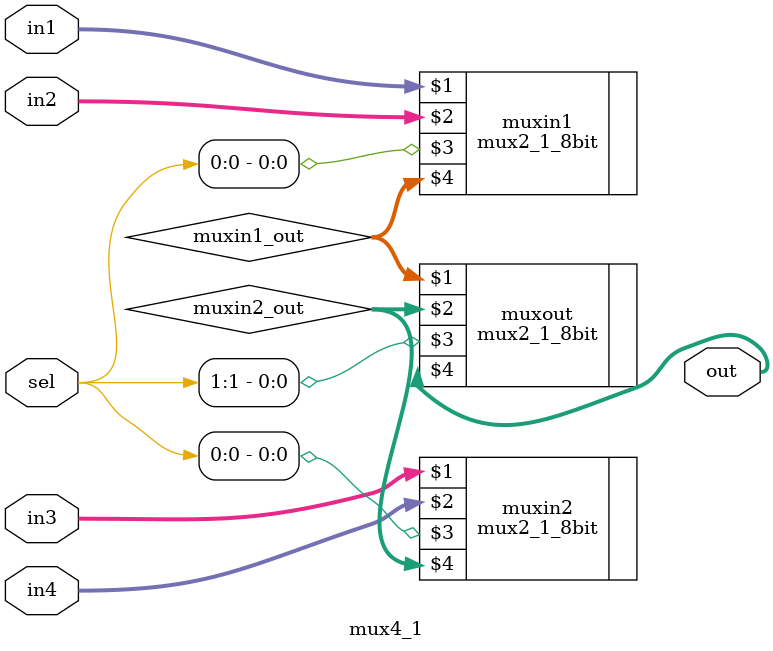
<source format=v>
module mux4_1(in1,in2,in3,in4,sel,out);
input [7:0] in1,in2,in3,in4;
input [1:0] sel;
output [7:0] out;

wire[7:0] muxin1_out,muxin2_out;
mux2_1_8bit muxin1(in1,in2,sel[0],muxin1_out);
mux2_1_8bit muxin2(in3,in4,sel[0],muxin2_out);
mux2_1_8bit muxout(muxin1_out,muxin2_out,sel[1],out);

endmodule
</source>
